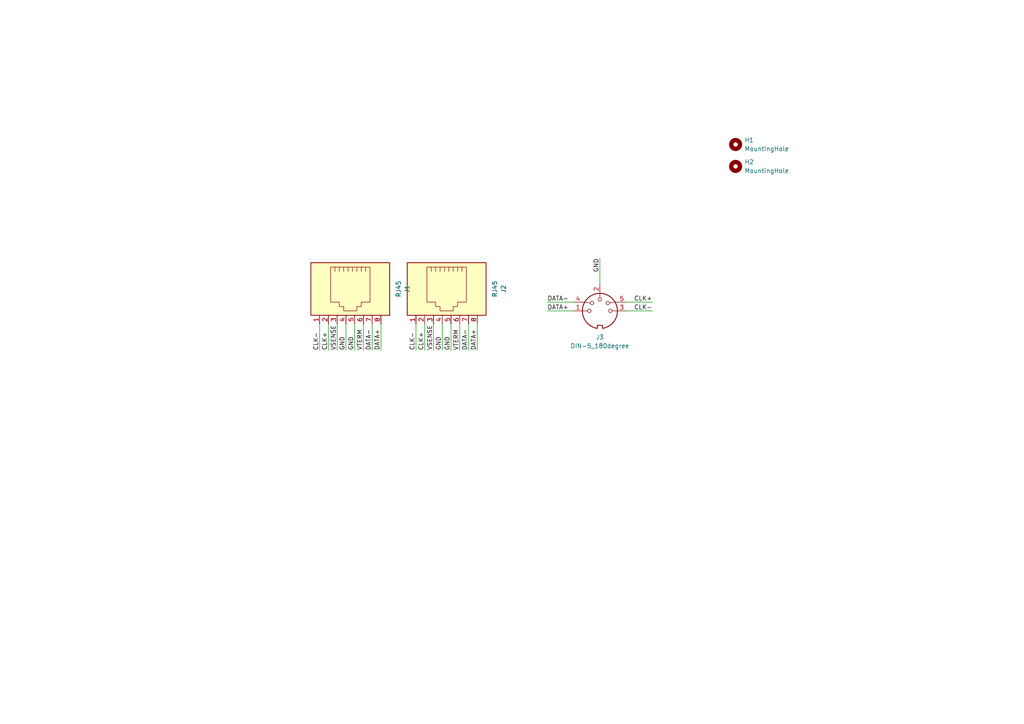
<source format=kicad_sch>
(kicad_sch (version 20211123) (generator eeschema)

  (uuid e68bec63-38f9-4eba-937e-2552620e154a)

  (paper "A4")

  (lib_symbols
    (symbol "Connector:DIN-5_180degree" (pin_names (offset 1.016)) (in_bom yes) (on_board yes)
      (property "Reference" "J" (id 0) (at 3.175 5.715 0)
        (effects (font (size 1.27 1.27)))
      )
      (property "Value" "DIN-5_180degree" (id 1) (at 0 -6.35 0)
        (effects (font (size 1.27 1.27)))
      )
      (property "Footprint" "" (id 2) (at 0 0 0)
        (effects (font (size 1.27 1.27)) hide)
      )
      (property "Datasheet" "http://www.mouser.com/ds/2/18/40_c091_abd_e-75918.pdf" (id 3) (at 0 0 0)
        (effects (font (size 1.27 1.27)) hide)
      )
      (property "ki_keywords" "circular DIN connector stereo audio" (id 4) (at 0 0 0)
        (effects (font (size 1.27 1.27)) hide)
      )
      (property "ki_description" "5-pin DIN connector (5-pin DIN-5 stereo)" (id 5) (at 0 0 0)
        (effects (font (size 1.27 1.27)) hide)
      )
      (property "ki_fp_filters" "DIN*" (id 6) (at 0 0 0)
        (effects (font (size 1.27 1.27)) hide)
      )
      (symbol "DIN-5_180degree_0_1"
        (arc (start -5.08 0) (mid -3.8609 -3.3364) (end -0.762 -5.08)
          (stroke (width 0.254) (type default) (color 0 0 0 0))
          (fill (type none))
        )
        (circle (center -3.048 0) (radius 0.508)
          (stroke (width 0) (type default) (color 0 0 0 0))
          (fill (type none))
        )
        (circle (center -2.286 2.286) (radius 0.508)
          (stroke (width 0) (type default) (color 0 0 0 0))
          (fill (type none))
        )
        (polyline
          (pts
            (xy -5.08 0)
            (xy -3.556 0)
          )
          (stroke (width 0) (type default) (color 0 0 0 0))
          (fill (type none))
        )
        (polyline
          (pts
            (xy 0 5.08)
            (xy 0 3.81)
          )
          (stroke (width 0) (type default) (color 0 0 0 0))
          (fill (type none))
        )
        (polyline
          (pts
            (xy 5.08 0)
            (xy 3.556 0)
          )
          (stroke (width 0) (type default) (color 0 0 0 0))
          (fill (type none))
        )
        (polyline
          (pts
            (xy -5.08 2.54)
            (xy -4.318 2.54)
            (xy -2.794 2.286)
          )
          (stroke (width 0) (type default) (color 0 0 0 0))
          (fill (type none))
        )
        (polyline
          (pts
            (xy 5.08 2.54)
            (xy 4.318 2.54)
            (xy 2.794 2.286)
          )
          (stroke (width 0) (type default) (color 0 0 0 0))
          (fill (type none))
        )
        (polyline
          (pts
            (xy -0.762 -4.953)
            (xy -0.762 -4.191)
            (xy 0.762 -4.191)
            (xy 0.762 -4.953)
          )
          (stroke (width 0.254) (type default) (color 0 0 0 0))
          (fill (type none))
        )
        (circle (center 0 3.302) (radius 0.508)
          (stroke (width 0) (type default) (color 0 0 0 0))
          (fill (type none))
        )
        (arc (start 0.762 -5.08) (mid 3.8685 -3.343) (end 5.08 0)
          (stroke (width 0.254) (type default) (color 0 0 0 0))
          (fill (type none))
        )
        (circle (center 2.286 2.286) (radius 0.508)
          (stroke (width 0) (type default) (color 0 0 0 0))
          (fill (type none))
        )
        (circle (center 3.048 0) (radius 0.508)
          (stroke (width 0) (type default) (color 0 0 0 0))
          (fill (type none))
        )
        (arc (start 5.08 0) (mid 0 5.08) (end -5.08 0)
          (stroke (width 0.254) (type default) (color 0 0 0 0))
          (fill (type none))
        )
      )
      (symbol "DIN-5_180degree_1_1"
        (pin passive line (at -7.62 0 0) (length 2.54)
          (name "~" (effects (font (size 1.27 1.27))))
          (number "1" (effects (font (size 1.27 1.27))))
        )
        (pin passive line (at 0 7.62 270) (length 2.54)
          (name "~" (effects (font (size 1.27 1.27))))
          (number "2" (effects (font (size 1.27 1.27))))
        )
        (pin passive line (at 7.62 0 180) (length 2.54)
          (name "~" (effects (font (size 1.27 1.27))))
          (number "3" (effects (font (size 1.27 1.27))))
        )
        (pin passive line (at -7.62 2.54 0) (length 2.54)
          (name "~" (effects (font (size 1.27 1.27))))
          (number "4" (effects (font (size 1.27 1.27))))
        )
        (pin passive line (at 7.62 2.54 180) (length 2.54)
          (name "~" (effects (font (size 1.27 1.27))))
          (number "5" (effects (font (size 1.27 1.27))))
        )
      )
    )
    (symbol "Connector:RJ45" (pin_names (offset 1.016)) (in_bom yes) (on_board yes)
      (property "Reference" "J" (id 0) (at -5.08 13.97 0)
        (effects (font (size 1.27 1.27)) (justify right))
      )
      (property "Value" "RJ45" (id 1) (at 2.54 13.97 0)
        (effects (font (size 1.27 1.27)) (justify left))
      )
      (property "Footprint" "" (id 2) (at 0 0.635 90)
        (effects (font (size 1.27 1.27)) hide)
      )
      (property "Datasheet" "~" (id 3) (at 0 0.635 90)
        (effects (font (size 1.27 1.27)) hide)
      )
      (property "ki_keywords" "8P8C RJ female connector" (id 4) (at 0 0 0)
        (effects (font (size 1.27 1.27)) hide)
      )
      (property "ki_description" "RJ connector, 8P8C (8 positions 8 connected)" (id 5) (at 0 0 0)
        (effects (font (size 1.27 1.27)) hide)
      )
      (property "ki_fp_filters" "8P8C* RJ31* RJ32* RJ33* RJ34* RJ35* RJ41* RJ45* RJ49* RJ61*" (id 6) (at 0 0 0)
        (effects (font (size 1.27 1.27)) hide)
      )
      (symbol "RJ45_0_1"
        (polyline
          (pts
            (xy -5.08 4.445)
            (xy -6.35 4.445)
          )
          (stroke (width 0) (type default) (color 0 0 0 0))
          (fill (type none))
        )
        (polyline
          (pts
            (xy -5.08 5.715)
            (xy -6.35 5.715)
          )
          (stroke (width 0) (type default) (color 0 0 0 0))
          (fill (type none))
        )
        (polyline
          (pts
            (xy -6.35 -3.175)
            (xy -5.08 -3.175)
            (xy -5.08 -3.175)
          )
          (stroke (width 0) (type default) (color 0 0 0 0))
          (fill (type none))
        )
        (polyline
          (pts
            (xy -6.35 -1.905)
            (xy -5.08 -1.905)
            (xy -5.08 -1.905)
          )
          (stroke (width 0) (type default) (color 0 0 0 0))
          (fill (type none))
        )
        (polyline
          (pts
            (xy -6.35 -0.635)
            (xy -5.08 -0.635)
            (xy -5.08 -0.635)
          )
          (stroke (width 0) (type default) (color 0 0 0 0))
          (fill (type none))
        )
        (polyline
          (pts
            (xy -6.35 0.635)
            (xy -5.08 0.635)
            (xy -5.08 0.635)
          )
          (stroke (width 0) (type default) (color 0 0 0 0))
          (fill (type none))
        )
        (polyline
          (pts
            (xy -6.35 1.905)
            (xy -5.08 1.905)
            (xy -5.08 1.905)
          )
          (stroke (width 0) (type default) (color 0 0 0 0))
          (fill (type none))
        )
        (polyline
          (pts
            (xy -5.08 3.175)
            (xy -6.35 3.175)
            (xy -6.35 3.175)
          )
          (stroke (width 0) (type default) (color 0 0 0 0))
          (fill (type none))
        )
        (polyline
          (pts
            (xy -6.35 -4.445)
            (xy -6.35 6.985)
            (xy 3.81 6.985)
            (xy 3.81 4.445)
            (xy 5.08 4.445)
            (xy 5.08 3.175)
            (xy 6.35 3.175)
            (xy 6.35 -0.635)
            (xy 5.08 -0.635)
            (xy 5.08 -1.905)
            (xy 3.81 -1.905)
            (xy 3.81 -4.445)
            (xy -6.35 -4.445)
            (xy -6.35 -4.445)
          )
          (stroke (width 0) (type default) (color 0 0 0 0))
          (fill (type none))
        )
        (rectangle (start 7.62 12.7) (end -7.62 -10.16)
          (stroke (width 0.254) (type default) (color 0 0 0 0))
          (fill (type background))
        )
      )
      (symbol "RJ45_1_1"
        (pin passive line (at 10.16 -7.62 180) (length 2.54)
          (name "~" (effects (font (size 1.27 1.27))))
          (number "1" (effects (font (size 1.27 1.27))))
        )
        (pin passive line (at 10.16 -5.08 180) (length 2.54)
          (name "~" (effects (font (size 1.27 1.27))))
          (number "2" (effects (font (size 1.27 1.27))))
        )
        (pin passive line (at 10.16 -2.54 180) (length 2.54)
          (name "~" (effects (font (size 1.27 1.27))))
          (number "3" (effects (font (size 1.27 1.27))))
        )
        (pin passive line (at 10.16 0 180) (length 2.54)
          (name "~" (effects (font (size 1.27 1.27))))
          (number "4" (effects (font (size 1.27 1.27))))
        )
        (pin passive line (at 10.16 2.54 180) (length 2.54)
          (name "~" (effects (font (size 1.27 1.27))))
          (number "5" (effects (font (size 1.27 1.27))))
        )
        (pin passive line (at 10.16 5.08 180) (length 2.54)
          (name "~" (effects (font (size 1.27 1.27))))
          (number "6" (effects (font (size 1.27 1.27))))
        )
        (pin passive line (at 10.16 7.62 180) (length 2.54)
          (name "~" (effects (font (size 1.27 1.27))))
          (number "7" (effects (font (size 1.27 1.27))))
        )
        (pin passive line (at 10.16 10.16 180) (length 2.54)
          (name "~" (effects (font (size 1.27 1.27))))
          (number "8" (effects (font (size 1.27 1.27))))
        )
      )
    )
    (symbol "Mechanical:MountingHole" (pin_names (offset 1.016)) (in_bom yes) (on_board yes)
      (property "Reference" "H" (id 0) (at 0 5.08 0)
        (effects (font (size 1.27 1.27)))
      )
      (property "Value" "MountingHole" (id 1) (at 0 3.175 0)
        (effects (font (size 1.27 1.27)))
      )
      (property "Footprint" "" (id 2) (at 0 0 0)
        (effects (font (size 1.27 1.27)) hide)
      )
      (property "Datasheet" "~" (id 3) (at 0 0 0)
        (effects (font (size 1.27 1.27)) hide)
      )
      (property "ki_keywords" "mounting hole" (id 4) (at 0 0 0)
        (effects (font (size 1.27 1.27)) hide)
      )
      (property "ki_description" "Mounting Hole without connection" (id 5) (at 0 0 0)
        (effects (font (size 1.27 1.27)) hide)
      )
      (property "ki_fp_filters" "MountingHole*" (id 6) (at 0 0 0)
        (effects (font (size 1.27 1.27)) hide)
      )
      (symbol "MountingHole_0_1"
        (circle (center 0 0) (radius 1.27)
          (stroke (width 1.27) (type default) (color 0 0 0 0))
          (fill (type none))
        )
      )
    )
  )


  (wire (pts (xy 130.81 93.98) (xy 130.81 101.6))
    (stroke (width 0) (type default) (color 0 0 0 0))
    (uuid 024e8ef9-0529-4852-af20-7ca8dc55096d)
  )
  (wire (pts (xy 181.61 87.63) (xy 189.23 87.63))
    (stroke (width 0) (type default) (color 0 0 0 0))
    (uuid 104228e3-5547-4576-8760-238dfd71e538)
  )
  (wire (pts (xy 120.65 93.98) (xy 120.65 101.6))
    (stroke (width 0) (type default) (color 0 0 0 0))
    (uuid 15a13c47-90ad-4184-8622-7404b9e33357)
  )
  (wire (pts (xy 110.49 93.98) (xy 110.49 101.6))
    (stroke (width 0) (type default) (color 0 0 0 0))
    (uuid 15b7fc68-fdb0-4b2f-ad9c-68133d67fc5c)
  )
  (wire (pts (xy 135.89 93.98) (xy 135.89 101.6))
    (stroke (width 0) (type default) (color 0 0 0 0))
    (uuid 29b4c500-da07-4fb5-8719-007e2436a05d)
  )
  (wire (pts (xy 92.71 93.98) (xy 92.71 101.6))
    (stroke (width 0) (type default) (color 0 0 0 0))
    (uuid 3935f42d-c18b-4b48-b623-2c773e9d9450)
  )
  (wire (pts (xy 158.75 87.63) (xy 166.37 87.63))
    (stroke (width 0) (type default) (color 0 0 0 0))
    (uuid 3be59213-4153-408f-9710-437418160b64)
  )
  (wire (pts (xy 97.79 93.98) (xy 97.79 101.6))
    (stroke (width 0) (type default) (color 0 0 0 0))
    (uuid 4317cfbc-a380-4e87-bbf2-9d17f6ea6df8)
  )
  (wire (pts (xy 173.99 74.93) (xy 173.99 82.55))
    (stroke (width 0) (type default) (color 0 0 0 0))
    (uuid 4bfe0be8-e078-4e84-a019-4825fe2ec3db)
  )
  (wire (pts (xy 181.61 90.17) (xy 189.23 90.17))
    (stroke (width 0) (type default) (color 0 0 0 0))
    (uuid 5429969e-c22e-4d58-a612-c117c8f9adce)
  )
  (wire (pts (xy 100.33 93.98) (xy 100.33 101.6))
    (stroke (width 0) (type default) (color 0 0 0 0))
    (uuid 5e8c4edb-1179-4ca8-a87a-9e77198a6211)
  )
  (wire (pts (xy 133.35 93.98) (xy 133.35 101.6))
    (stroke (width 0) (type default) (color 0 0 0 0))
    (uuid 70a09e51-1374-4953-b6ad-e26c8ba7481d)
  )
  (wire (pts (xy 125.73 93.98) (xy 125.73 101.6))
    (stroke (width 0) (type default) (color 0 0 0 0))
    (uuid 75e54dbc-b604-43d3-bf53-2c5bc09a539c)
  )
  (wire (pts (xy 107.95 93.98) (xy 107.95 101.6))
    (stroke (width 0) (type default) (color 0 0 0 0))
    (uuid aecfdeb1-7abe-455c-8163-05ce91454fd2)
  )
  (wire (pts (xy 123.19 93.98) (xy 123.19 101.6))
    (stroke (width 0) (type default) (color 0 0 0 0))
    (uuid c0806486-36a5-4848-8d65-328f21f286f9)
  )
  (wire (pts (xy 128.27 93.98) (xy 128.27 101.6))
    (stroke (width 0) (type default) (color 0 0 0 0))
    (uuid c7f1f548-8fbf-4a3e-9549-fbc371c747a0)
  )
  (wire (pts (xy 95.25 93.98) (xy 95.25 101.6))
    (stroke (width 0) (type default) (color 0 0 0 0))
    (uuid c9425672-1559-4bba-8cbf-318f3474eb72)
  )
  (wire (pts (xy 102.87 93.98) (xy 102.87 101.6))
    (stroke (width 0) (type default) (color 0 0 0 0))
    (uuid cf064d57-acf4-4877-9b2a-d36fc95f4c8a)
  )
  (wire (pts (xy 138.43 93.98) (xy 138.43 101.6))
    (stroke (width 0) (type default) (color 0 0 0 0))
    (uuid da856c18-4676-46da-8642-3941b69edae5)
  )
  (wire (pts (xy 105.41 93.98) (xy 105.41 101.6))
    (stroke (width 0) (type default) (color 0 0 0 0))
    (uuid e057eba6-7508-45dd-beac-8d793024dec5)
  )
  (wire (pts (xy 158.75 90.17) (xy 166.37 90.17))
    (stroke (width 0) (type default) (color 0 0 0 0))
    (uuid f244b366-047a-4aab-a3a3-d70958b7a99b)
  )

  (label "CLK+" (at 95.25 101.6 90)
    (effects (font (size 1.27 1.27)) (justify left bottom))
    (uuid 00b04a76-516b-43eb-a81b-41a988f21cd6)
  )
  (label "CLK-" (at 92.71 101.6 90)
    (effects (font (size 1.27 1.27)) (justify left bottom))
    (uuid 0b7c3d89-4afc-480f-801e-cdd06353d806)
  )
  (label "CLK+" (at 123.19 101.6 90)
    (effects (font (size 1.27 1.27)) (justify left bottom))
    (uuid 12361147-02c9-441b-959a-e22f6435ef44)
  )
  (label "GND" (at 128.27 101.6 90)
    (effects (font (size 1.27 1.27)) (justify left bottom))
    (uuid 222ee949-b5d2-401e-af33-95a2f76dfb3d)
  )
  (label "DATA+" (at 110.49 101.6 90)
    (effects (font (size 1.27 1.27)) (justify left bottom))
    (uuid 260ed889-91d0-4586-b08a-6d578b5fb3ac)
  )
  (label "VTERM" (at 105.41 101.6 90)
    (effects (font (size 1.27 1.27)) (justify left bottom))
    (uuid 2a3e10aa-198e-4326-a961-bc427fa8930e)
  )
  (label "GND" (at 130.81 101.6 90)
    (effects (font (size 1.27 1.27)) (justify left bottom))
    (uuid 5b6d0f27-21e2-48d0-a4e4-c76cfd373a78)
  )
  (label "DATA+" (at 158.75 90.17 0)
    (effects (font (size 1.27 1.27)) (justify left bottom))
    (uuid 8a326e2d-7b2e-452c-9407-975be1a2cdd6)
  )
  (label "GND" (at 173.99 74.93 270)
    (effects (font (size 1.27 1.27)) (justify right bottom))
    (uuid 94156386-2464-48c1-affd-ef3eebbdf125)
  )
  (label "DATA-" (at 158.75 87.63 0)
    (effects (font (size 1.27 1.27)) (justify left bottom))
    (uuid 94c64d50-6b74-46a6-8eac-d2ab07ecf4ab)
  )
  (label "DATA-" (at 135.89 101.6 90)
    (effects (font (size 1.27 1.27)) (justify left bottom))
    (uuid a6868942-6fcc-4703-b2fa-152128106ff1)
  )
  (label "VSENSE" (at 97.79 101.6 90)
    (effects (font (size 1.27 1.27)) (justify left bottom))
    (uuid c85e49e9-6c8a-4194-8b17-112a32790a12)
  )
  (label "VTERM" (at 133.35 101.6 90)
    (effects (font (size 1.27 1.27)) (justify left bottom))
    (uuid d374988e-5806-48f0-9593-68000ee364b3)
  )
  (label "CLK+" (at 189.23 87.63 180)
    (effects (font (size 1.27 1.27)) (justify right bottom))
    (uuid d90d9683-8ea1-448c-9f9e-51ed95365216)
  )
  (label "CLK-" (at 189.23 90.17 180)
    (effects (font (size 1.27 1.27)) (justify right bottom))
    (uuid e0d9931c-f36a-4651-b694-75015fd5f554)
  )
  (label "GND" (at 100.33 101.6 90)
    (effects (font (size 1.27 1.27)) (justify left bottom))
    (uuid e4fe733d-0a32-4a0d-a055-15e432130e13)
  )
  (label "DATA+" (at 138.43 101.6 90)
    (effects (font (size 1.27 1.27)) (justify left bottom))
    (uuid e74d49fb-9e88-415f-874c-b219e3531228)
  )
  (label "VSENSE" (at 125.73 101.6 90)
    (effects (font (size 1.27 1.27)) (justify left bottom))
    (uuid e823406f-3f86-4ceb-9854-a7c806538fca)
  )
  (label "CLK-" (at 120.65 101.6 90)
    (effects (font (size 1.27 1.27)) (justify left bottom))
    (uuid f72fbcaf-6ca1-4f17-aa61-0354db06de53)
  )
  (label "GND" (at 102.87 101.6 90)
    (effects (font (size 1.27 1.27)) (justify left bottom))
    (uuid fbf6afbe-5b41-471c-8484-1fcc867c1fa8)
  )
  (label "DATA-" (at 107.95 101.6 90)
    (effects (font (size 1.27 1.27)) (justify left bottom))
    (uuid fc888e3e-33cd-4d3b-aba2-cfa6e18393d7)
  )

  (symbol (lib_id "Connector:RJ45") (at 100.33 83.82 270) (unit 1)
    (in_bom yes) (on_board yes) (fields_autoplaced)
    (uuid 457d2ff5-080f-4ebd-980e-2fbfcbe15e66)
    (property "Reference" "J1" (id 0) (at 118.11 83.82 0))
    (property "Value" "RJ45" (id 1) (at 115.57 83.82 0))
    (property "Footprint" "Econet_RJ45_Mini:RJ45_Vertical" (id 2) (at 100.965 83.82 90)
      (effects (font (size 1.27 1.27)) hide)
    )
    (property "Datasheet" "~" (id 3) (at 100.965 83.82 90)
      (effects (font (size 1.27 1.27)) hide)
    )
    (pin "1" (uuid 6f946525-69cf-465c-857f-777b1257ba53))
    (pin "2" (uuid df3876a6-5721-4105-8daa-340261ecdac4))
    (pin "3" (uuid fd5f31df-8933-48b3-b828-e51f711d7fe5))
    (pin "4" (uuid 9def7238-aa30-444b-9275-66afb2fd3693))
    (pin "5" (uuid b05f9484-93c9-49fb-af4c-20b6d84bbde4))
    (pin "6" (uuid ef3af4f6-0450-4619-8377-a27f120002f5))
    (pin "7" (uuid 6c37cd30-7aab-4bf8-a164-322e58105d48))
    (pin "8" (uuid 40886eca-6841-4780-ad9d-396d2dd215cd))
  )

  (symbol (lib_id "Mechanical:MountingHole") (at 213.36 41.91 0) (unit 1)
    (in_bom yes) (on_board yes) (fields_autoplaced)
    (uuid 5b426a00-cd85-4c46-a0bf-b8f9dbda01ee)
    (property "Reference" "H1" (id 0) (at 215.9 40.6399 0)
      (effects (font (size 1.27 1.27)) (justify left))
    )
    (property "Value" "MountingHole" (id 1) (at 215.9 43.1799 0)
      (effects (font (size 1.27 1.27)) (justify left))
    )
    (property "Footprint" "MountingHole:MountingHole_3.2mm_M3" (id 2) (at 213.36 41.91 0)
      (effects (font (size 1.27 1.27)) hide)
    )
    (property "Datasheet" "~" (id 3) (at 213.36 41.91 0)
      (effects (font (size 1.27 1.27)) hide)
    )
  )

  (symbol (lib_id "Connector:RJ45") (at 128.27 83.82 270) (unit 1)
    (in_bom yes) (on_board yes) (fields_autoplaced)
    (uuid 63d7a3bf-7b0b-4bcc-976a-a77d248f37c8)
    (property "Reference" "J2" (id 0) (at 146.05 83.82 0))
    (property "Value" "RJ45" (id 1) (at 143.51 83.82 0))
    (property "Footprint" "Econet_RJ45_Mini:RJ45_Vertical" (id 2) (at 128.905 83.82 90)
      (effects (font (size 1.27 1.27)) hide)
    )
    (property "Datasheet" "~" (id 3) (at 128.905 83.82 90)
      (effects (font (size 1.27 1.27)) hide)
    )
    (pin "1" (uuid f89dd1d9-249c-43e5-a7a2-4d4eace9ce92))
    (pin "2" (uuid b73e91e1-051f-4658-a928-8956c773d1e8))
    (pin "3" (uuid d6ac6b56-0565-43ef-8c2d-177994076a02))
    (pin "4" (uuid c6a48734-e0a3-46f5-b5f4-1fb313bf9578))
    (pin "5" (uuid a06a0634-9c8c-45f2-a349-28ed82d335f4))
    (pin "6" (uuid 0857c85b-c983-4136-89e2-ba1c42f8250f))
    (pin "7" (uuid f75f541d-cbb8-4c19-a825-7f71b2514b0d))
    (pin "8" (uuid d9576081-4a17-413b-8945-915bcb49c931))
  )

  (symbol (lib_id "Connector:DIN-5_180degree") (at 173.99 90.17 0) (unit 1)
    (in_bom yes) (on_board yes) (fields_autoplaced)
    (uuid 7711a2b0-4e23-491b-b8c5-b2355f1c76a4)
    (property "Reference" "J3" (id 0) (at 173.9901 97.79 0))
    (property "Value" "DIN-5_180degree" (id 1) (at 173.9901 100.33 0))
    (property "Footprint" "Econet_RJ45_Mini:DIN5" (id 2) (at 173.99 90.17 0)
      (effects (font (size 1.27 1.27)) hide)
    )
    (property "Datasheet" "http://www.mouser.com/ds/2/18/40_c091_abd_e-75918.pdf" (id 3) (at 173.99 90.17 0)
      (effects (font (size 1.27 1.27)) hide)
    )
    (pin "1" (uuid 3e7f2309-6de2-4893-8173-2ee3dfefe884))
    (pin "2" (uuid dfa461df-3290-4554-984f-f1f369ce5972))
    (pin "3" (uuid e5a7167a-125a-46f4-922f-1f0904c2c104))
    (pin "4" (uuid 918381ba-d80f-44ab-aa64-183565c61bfd))
    (pin "5" (uuid 6f02faaa-d3bb-4034-93c9-59fafbf686dc))
  )

  (symbol (lib_id "Mechanical:MountingHole") (at 213.36 48.26 0) (unit 1)
    (in_bom yes) (on_board yes) (fields_autoplaced)
    (uuid fe790e2e-a8af-4c84-b7bc-c7da6570e72b)
    (property "Reference" "H2" (id 0) (at 215.9 46.9899 0)
      (effects (font (size 1.27 1.27)) (justify left))
    )
    (property "Value" "MountingHole" (id 1) (at 215.9 49.5299 0)
      (effects (font (size 1.27 1.27)) (justify left))
    )
    (property "Footprint" "MountingHole:MountingHole_3.2mm_M3" (id 2) (at 213.36 48.26 0)
      (effects (font (size 1.27 1.27)) hide)
    )
    (property "Datasheet" "~" (id 3) (at 213.36 48.26 0)
      (effects (font (size 1.27 1.27)) hide)
    )
  )

  (sheet_instances
    (path "/" (page "1"))
  )

  (symbol_instances
    (path "/5b426a00-cd85-4c46-a0bf-b8f9dbda01ee"
      (reference "H1") (unit 1) (value "MountingHole") (footprint "MountingHole:MountingHole_3.2mm_M3")
    )
    (path "/fe790e2e-a8af-4c84-b7bc-c7da6570e72b"
      (reference "H2") (unit 1) (value "MountingHole") (footprint "MountingHole:MountingHole_3.2mm_M3")
    )
    (path "/457d2ff5-080f-4ebd-980e-2fbfcbe15e66"
      (reference "J1") (unit 1) (value "RJ45") (footprint "Econet_RJ45_Mini:RJ45_Vertical")
    )
    (path "/63d7a3bf-7b0b-4bcc-976a-a77d248f37c8"
      (reference "J2") (unit 1) (value "RJ45") (footprint "Econet_RJ45_Mini:RJ45_Vertical")
    )
    (path "/7711a2b0-4e23-491b-b8c5-b2355f1c76a4"
      (reference "J3") (unit 1) (value "DIN-5_180degree") (footprint "Econet_RJ45_Mini:DIN5")
    )
  )
)

</source>
